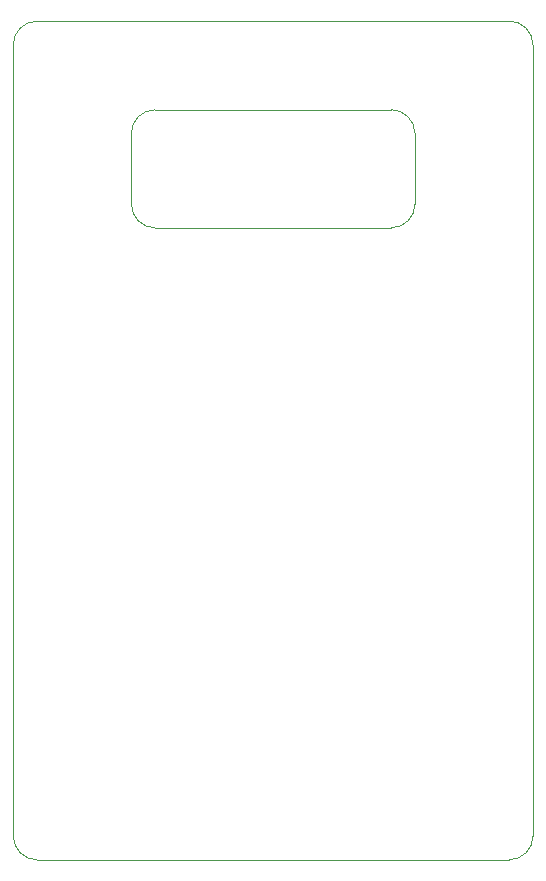
<source format=gm1>
G04 #@! TF.GenerationSoftware,KiCad,Pcbnew,7.0.2-6a45011f42~172~ubuntu22.04.1*
G04 #@! TF.CreationDate,2023-04-23T17:07:22-07:00*
G04 #@! TF.ProjectId,esp8266-plugpack,65737038-3236-4362-9d70-6c7567706163,rev?*
G04 #@! TF.SameCoordinates,Original*
G04 #@! TF.FileFunction,Profile,NP*
%FSLAX46Y46*%
G04 Gerber Fmt 4.6, Leading zero omitted, Abs format (unit mm)*
G04 Created by KiCad (PCBNEW 7.0.2-6a45011f42~172~ubuntu22.04.1) date 2023-04-23 17:07:22*
%MOMM*%
%LPD*%
G01*
G04 APERTURE LIST*
G04 #@! TA.AperFunction,Profile*
%ADD10C,0.050000*%
G04 #@! TD*
G04 APERTURE END LIST*
D10*
G04 #@! TO.C,H1*
X78000000Y-66500000D02*
X78000000Y-133500000D01*
X80000000Y-64500000D02*
X120000000Y-64500000D01*
X88000000Y-74000000D02*
X88000000Y-80000000D01*
X90000000Y-82000000D02*
X110000000Y-82000000D01*
X110000000Y-72000000D02*
X90000000Y-72000000D01*
X112000000Y-80000000D02*
X112000000Y-74000000D01*
X120000000Y-135500000D02*
X80000000Y-135500000D01*
X122000000Y-133500000D02*
X122000000Y-66500000D01*
X80000000Y-64500000D02*
G75*
G03*
X78000000Y-66500000I-1J-1999999D01*
G01*
X78000000Y-133500000D02*
G75*
G03*
X80000000Y-135500000I1999999J-1D01*
G01*
X90000000Y-72000000D02*
G75*
G03*
X88000000Y-74000000I-1J-1999999D01*
G01*
X88000000Y-80000000D02*
G75*
G03*
X90000000Y-82000000I1999999J-1D01*
G01*
X112000000Y-74000000D02*
G75*
G03*
X110000000Y-72000000I-2000000J0D01*
G01*
X110000000Y-82000000D02*
G75*
G03*
X112000000Y-80000000I0J2000000D01*
G01*
X122000000Y-66500000D02*
G75*
G03*
X120000000Y-64500000I-2000000J0D01*
G01*
X120000000Y-135500000D02*
G75*
G03*
X122000000Y-133500000I0J2000000D01*
G01*
G04 #@! TD*
M02*

</source>
